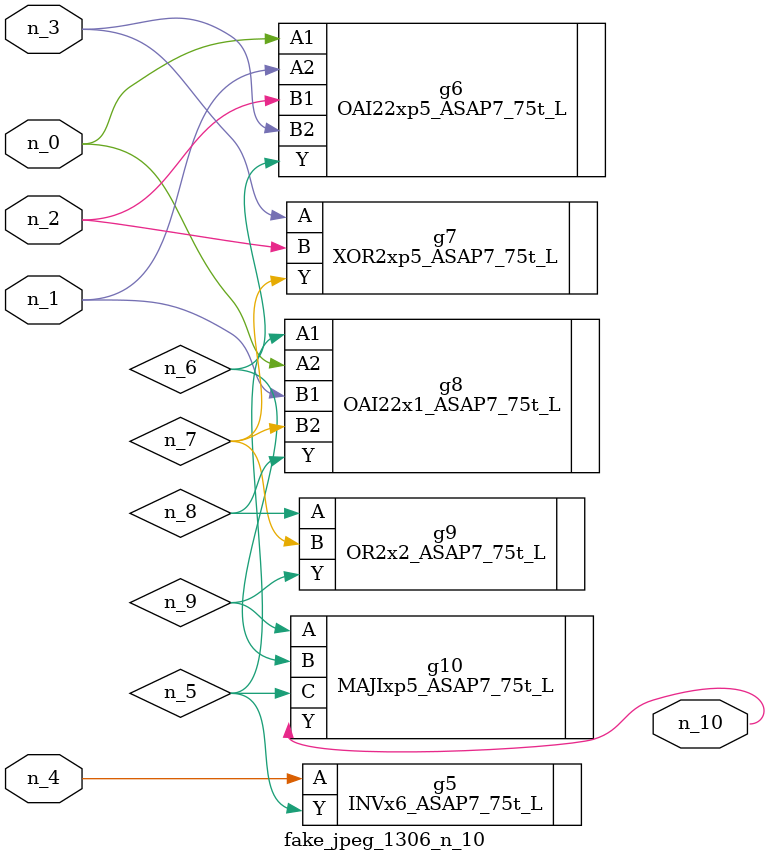
<source format=v>
module fake_jpeg_1306_n_10 (n_3, n_2, n_1, n_0, n_4, n_10);

input n_3;
input n_2;
input n_1;
input n_0;
input n_4;

output n_10;

wire n_8;
wire n_9;
wire n_6;
wire n_5;
wire n_7;

INVx6_ASAP7_75t_L g5 ( 
.A(n_4),
.Y(n_5)
);

OAI22xp5_ASAP7_75t_L g6 ( 
.A1(n_0),
.A2(n_1),
.B1(n_2),
.B2(n_3),
.Y(n_6)
);

XOR2xp5_ASAP7_75t_L g7 ( 
.A(n_3),
.B(n_2),
.Y(n_7)
);

OAI22x1_ASAP7_75t_L g8 ( 
.A1(n_5),
.A2(n_0),
.B1(n_1),
.B2(n_7),
.Y(n_8)
);

OR2x2_ASAP7_75t_L g9 ( 
.A(n_8),
.B(n_7),
.Y(n_9)
);

MAJIxp5_ASAP7_75t_L g10 ( 
.A(n_9),
.B(n_6),
.C(n_5),
.Y(n_10)
);


endmodule
</source>
